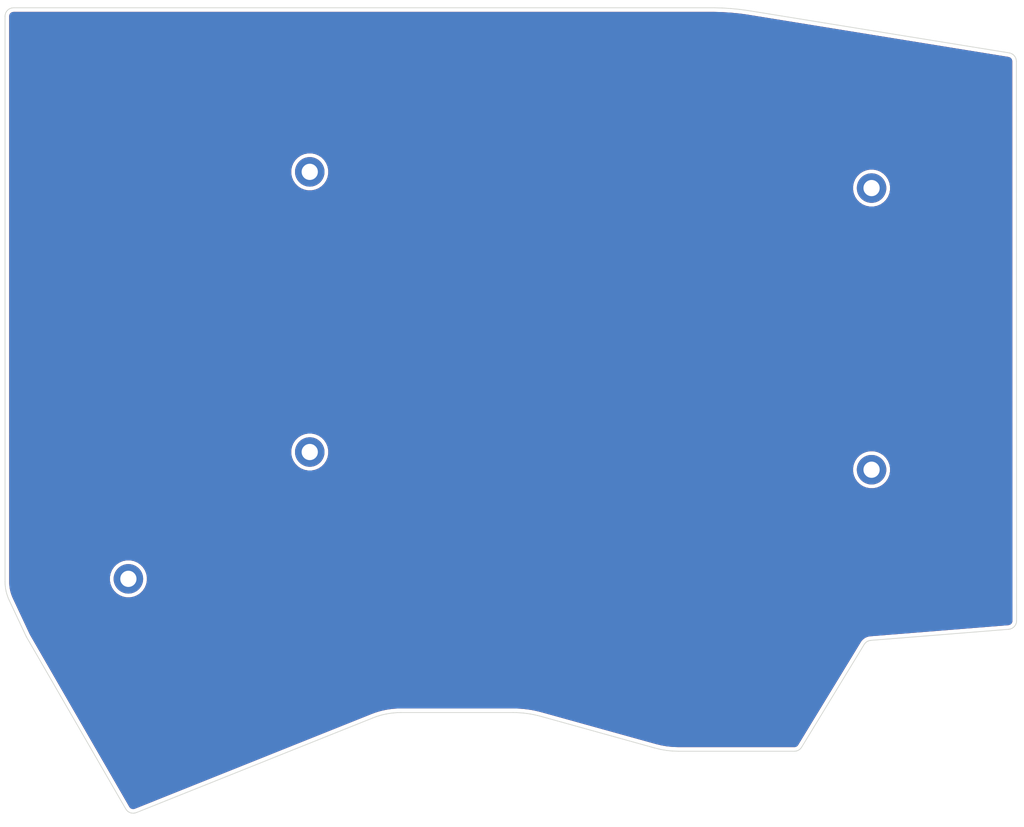
<source format=kicad_pcb>
(kicad_pcb (version 20171130) (host pcbnew 5.1.4-e60b266~84~ubuntu19.04.1)

  (general
    (thickness 1.6)
    (drawings 95)
    (tracks 0)
    (zones 0)
    (modules 5)
    (nets 1)
  )

  (page A4)
  (layers
    (0 F.Cu signal)
    (31 B.Cu signal hide)
    (32 B.Adhes user hide)
    (33 F.Adhes user hide)
    (34 B.Paste user hide)
    (35 F.Paste user hide)
    (36 B.SilkS user hide)
    (37 F.SilkS user hide)
    (38 B.Mask user hide)
    (39 F.Mask user hide)
    (40 Dwgs.User user hide)
    (41 Cmts.User user hide)
    (42 Eco1.User user hide)
    (43 Eco2.User user)
    (44 Edge.Cuts user)
    (45 Margin user hide)
    (46 B.CrtYd user hide)
    (47 F.CrtYd user hide)
    (48 B.Fab user hide)
    (49 F.Fab user hide)
  )

  (setup
    (last_trace_width 0.25)
    (trace_clearance 0.2)
    (zone_clearance 0.508)
    (zone_45_only no)
    (trace_min 0.2)
    (via_size 0.6)
    (via_drill 0.4)
    (via_min_size 0.4)
    (via_min_drill 0.3)
    (uvia_size 0.3)
    (uvia_drill 0.1)
    (uvias_allowed no)
    (uvia_min_size 0.2)
    (uvia_min_drill 0.1)
    (edge_width 0.15)
    (segment_width 0.2)
    (pcb_text_width 0.3)
    (pcb_text_size 1.5 1.5)
    (mod_edge_width 0.15)
    (mod_text_size 1 1)
    (mod_text_width 0.15)
    (pad_size 4 4)
    (pad_drill 2.2)
    (pad_to_mask_clearance 0.2)
    (aux_axis_origin 0 0)
    (visible_elements FFFFFF7F)
    (pcbplotparams
      (layerselection 0x010f0_80000001)
      (usegerberextensions false)
      (usegerberattributes false)
      (usegerberadvancedattributes false)
      (creategerberjobfile false)
      (excludeedgelayer true)
      (linewidth 0.100000)
      (plotframeref false)
      (viasonmask false)
      (mode 1)
      (useauxorigin false)
      (hpglpennumber 1)
      (hpglpenspeed 20)
      (hpglpendiameter 15.000000)
      (psnegative false)
      (psa4output false)
      (plotreference true)
      (plotvalue true)
      (plotinvisibletext false)
      (padsonsilk false)
      (subtractmaskfromsilk false)
      (outputformat 1)
      (mirror false)
      (drillshape 1)
      (scaleselection 1)
      (outputdirectory "gerbers/"))
  )

  (net 0 "")

  (net_class Default "This is the default net class."
    (clearance 0.2)
    (trace_width 0.25)
    (via_dia 0.6)
    (via_drill 0.4)
    (uvia_dia 0.3)
    (uvia_drill 0.1)
  )

  (module Wire_Pads:SolderWirePad_single_0-8mmDrill (layer F.Cu) (tedit 5D908C82) (tstamp 5ABD66D0)
    (at 61.913046 41.809428)
    (fp_text reference "" (at 0 0) (layer F.SilkS)
      (effects (font (size 1.27 1.27) (thickness 0.15)))
    )
    (fp_text value "" (at 0 0) (layer F.SilkS)
      (effects (font (size 1.27 1.27) (thickness 0.15)))
    )
    (pad 1 thru_hole circle (at 0 0) (size 4 4) (drill 2.2) (layers *.Cu *.Mask Dwgs.User))
  )

  (module Wire_Pads:SolderWirePad_single_0-8mmDrill (layer F.Cu) (tedit 5D908C8D) (tstamp 5ABD66D0)
    (at 61.913046 79.8091)
    (fp_text reference "" (at 0 0) (layer F.SilkS)
      (effects (font (size 1.27 1.27) (thickness 0.15)))
    )
    (fp_text value "" (at 0 0) (layer F.SilkS)
      (effects (font (size 1.27 1.27) (thickness 0.15)))
    )
    (pad 2 thru_hole circle (at 0 0) (size 4 4) (drill 2.2) (layers *.Cu *.Mask Dwgs.User))
  )

  (module Wire_Pads:SolderWirePad_single_0-8mmDrill (layer F.Cu) (tedit 5D908C9B) (tstamp 5ABD66D0)
    (at 37.313144 97.009982)
    (fp_text reference "" (at 0 0) (layer F.SilkS)
      (effects (font (size 1.27 1.27) (thickness 0.15)))
    )
    (fp_text value "" (at 0 0) (layer F.SilkS)
      (effects (font (size 1.27 1.27) (thickness 0.15)))
    )
    (pad 3 thru_hole circle (at 0 0) (size 4 4) (drill 2.2) (layers *.Cu *.Mask Dwgs.User))
  )

  (module Wire_Pads:SolderWirePad_single_0-8mmDrill (layer F.Cu) (tedit 5D908C93) (tstamp 5ABD66D0)
    (at 138.11305 82.209399)
    (fp_text reference "" (at 0 0) (layer F.SilkS)
      (effects (font (size 1.27 1.27) (thickness 0.15)))
    )
    (fp_text value "" (at 0 0) (layer F.SilkS)
      (effects (font (size 1.27 1.27) (thickness 0.15)))
    )
    (pad 4 thru_hole circle (at 0 0) (size 4 4) (drill 2.2) (layers *.Cu *.Mask Dwgs.User))
  )

  (module Wire_Pads:SolderWirePad_single_0-8mmDrill (layer F.Cu) (tedit 5D908C87) (tstamp 5ABD66D0)
    (at 138.11305 44.009067)
    (fp_text reference "" (at 0 0) (layer F.SilkS)
      (effects (font (size 1.27 1.27) (thickness 0.15)))
    )
    (fp_text value "" (at 0 0) (layer F.SilkS)
      (effects (font (size 1.27 1.27) (thickness 0.15)))
    )
    (pad 5 thru_hole circle (at 0 0) (size 4 4) (drill 2.2) (layers *.Cu *.Mask Dwgs.User))
  )

  (gr_line (start 156.72 103.850003) (end 138.00693 105.35553) (layer Edge.Cuts) (width 0.1))
  (gr_line (start 138.00693 105.35553) (end 137.87083 105.374695) (layer Edge.Cuts) (width 0.1))
  (gr_line (start 137.87083 105.374695) (end 137.739359 105.409486) (layer Edge.Cuts) (width 0.1))
  (gr_line (start 137.739359 105.409486) (end 137.613724 105.45916) (layer Edge.Cuts) (width 0.1))
  (gr_line (start 137.613724 105.45916) (end 137.495132 105.522972) (layer Edge.Cuts) (width 0.1))
  (gr_line (start 137.495132 105.522972) (end 137.384792 105.600179) (layer Edge.Cuts) (width 0.1))
  (gr_line (start 137.384792 105.600179) (end 137.283909 105.690036) (layer Edge.Cuts) (width 0.1))
  (gr_line (start 137.283909 105.690036) (end 137.193693 105.791801) (layer Edge.Cuts) (width 0.1))
  (gr_line (start 137.193693 105.791801) (end 137.11535 105.90473) (layer Edge.Cuts) (width 0.1))
  (gr_line (start 137.11535 105.90473) (end 128.63003 119.84109) (layer Edge.Cuts) (width 0.1))
  (gr_line (start 128.63003 119.84109) (end 128.544217 119.963427) (layer Edge.Cuts) (width 0.1))
  (gr_line (start 128.544217 119.963427) (end 128.444621 120.072332) (layer Edge.Cuts) (width 0.1))
  (gr_line (start 128.444621 120.072332) (end 128.332822 120.166918) (layer Edge.Cuts) (width 0.1))
  (gr_line (start 128.332822 120.166918) (end 128.2104 120.246297) (layer Edge.Cuts) (width 0.1))
  (gr_line (start 128.2104 120.246297) (end 128.078934 120.309581) (layer Edge.Cuts) (width 0.1))
  (gr_line (start 128.078934 120.309581) (end 127.940004 120.355883) (layer Edge.Cuts) (width 0.1))
  (gr_line (start 127.940004 120.355883) (end 127.79519 120.384315) (layer Edge.Cuts) (width 0.1))
  (gr_line (start 127.79519 120.384315) (end 127.64607 120.39399) (layer Edge.Cuts) (width 0.1))
  (gr_line (start 127.64607 120.39399) (end 111.92243 120.39399) (layer Edge.Cuts) (width 0.1))
  (gr_line (start 111.92243 120.39399) (end 111.112584 120.366534) (layer Edge.Cuts) (width 0.1))
  (gr_line (start 111.112584 120.366534) (end 110.307376 120.28442) (layer Edge.Cuts) (width 0.1))
  (gr_line (start 110.307376 120.28442) (end 109.509567 120.148023) (layer Edge.Cuts) (width 0.1))
  (gr_line (start 109.509567 120.148023) (end 108.72192 119.95772) (layer Edge.Cuts) (width 0.1))
  (gr_line (start 108.72192 119.95772) (end 93.230791 115.65451) (layer Edge.Cuts) (width 0.1))
  (gr_line (start 93.230791 115.65451) (end 92.771471 115.535267) (layer Edge.Cuts) (width 0.1))
  (gr_line (start 92.771471 115.535267) (end 92.308773 115.431744) (layer Edge.Cuts) (width 0.1))
  (gr_line (start 92.308773 115.431744) (end 91.843101 115.343996) (layer Edge.Cuts) (width 0.1))
  (gr_line (start 91.843101 115.343996) (end 91.37486 115.272079) (layer Edge.Cuts) (width 0.1))
  (gr_line (start 91.37486 115.272079) (end 90.904454 115.216048) (layer Edge.Cuts) (width 0.1))
  (gr_line (start 90.904454 115.216048) (end 90.432286 115.175958) (layer Edge.Cuts) (width 0.1))
  (gr_line (start 90.432286 115.175958) (end 89.958761 115.151863) (layer Edge.Cuts) (width 0.1))
  (gr_line (start 89.958761 115.151863) (end 89.484283 115.14382) (layer Edge.Cuts) (width 0.1))
  (gr_line (start 89.484283 115.14382) (end 74.265711 115.14382) (layer Edge.Cuts) (width 0.1))
  (gr_line (start 74.265711 115.14382) (end 73.778004 115.155451) (layer Edge.Cuts) (width 0.1))
  (gr_line (start 73.778004 115.155451) (end 73.292233 115.190239) (layer Edge.Cuts) (width 0.1))
  (gr_line (start 73.292233 115.190239) (end 72.809209 115.248029) (layer Edge.Cuts) (width 0.1))
  (gr_line (start 72.809209 115.248029) (end 72.329746 115.328663) (layer Edge.Cuts) (width 0.1))
  (gr_line (start 72.329746 115.328663) (end 71.854654 115.431984) (layer Edge.Cuts) (width 0.1))
  (gr_line (start 71.854654 115.431984) (end 71.384747 115.557837) (layer Edge.Cuts) (width 0.1))
  (gr_line (start 71.384747 115.557837) (end 70.920837 115.706064) (layer Edge.Cuts) (width 0.1))
  (gr_line (start 70.920837 115.706064) (end 70.463736 115.87651) (layer Edge.Cuts) (width 0.1))
  (gr_line (start 70.463736 115.87651) (end 38.384845 128.71743) (layer Edge.Cuts) (width 0.1))
  (gr_line (start 38.384845 128.71743) (end 38.182618 128.7777) (layer Edge.Cuts) (width 0.1))
  (gr_line (start 38.182618 128.7777) (end 37.97795 128.799904) (layer Edge.Cuts) (width 0.1))
  (gr_line (start 37.97795 128.799904) (end 37.77549 128.78565) (layer Edge.Cuts) (width 0.1))
  (gr_line (start 37.77549 128.78565) (end 37.579887 128.736548) (layer Edge.Cuts) (width 0.1))
  (gr_line (start 37.579887 128.736548) (end 37.39579 128.654208) (layer Edge.Cuts) (width 0.1))
  (gr_line (start 37.39579 128.654208) (end 37.227849 128.540239) (layer Edge.Cuts) (width 0.1))
  (gr_line (start 37.227849 128.540239) (end 37.080713 128.39625) (layer Edge.Cuts) (width 0.1))
  (gr_line (start 37.080713 128.39625) (end 36.95903 128.22385) (layer Edge.Cuts) (width 0.1))
  (gr_line (start 36.95903 128.22385) (end 23.484592 104.88135) (layer Edge.Cuts) (width 0.1))
  (gr_line (start 23.484592 104.88135) (end 23.439432 104.79485) (layer Edge.Cuts) (width 0.1))
  (gr_line (start 23.439432 104.79485) (end 21.138128 99.891379) (layer Edge.Cuts) (width 0.1))
  (gr_line (start 21.138128 99.891379) (end 21.009749 99.59706) (layer Edge.Cuts) (width 0.1))
  (gr_line (start 21.009749 99.59706) (end 20.897977 99.296817) (layer Edge.Cuts) (width 0.1))
  (gr_line (start 20.897977 99.296817) (end 20.802967 98.991355) (layer Edge.Cuts) (width 0.1))
  (gr_line (start 20.802967 98.991355) (end 20.724879 98.681379) (layer Edge.Cuts) (width 0.1))
  (gr_line (start 20.724879 98.681379) (end 20.663868 98.367594) (layer Edge.Cuts) (width 0.1))
  (gr_line (start 20.663868 98.367594) (end 20.620092 98.050707) (layer Edge.Cuts) (width 0.1))
  (gr_line (start 20.620092 98.050707) (end 20.593709 97.731422) (layer Edge.Cuts) (width 0.1))
  (gr_line (start 20.593709 97.731422) (end 20.584876 97.410444) (layer Edge.Cuts) (width 0.1))
  (gr_line (start 20.584876 97.410444) (end 20.583476 20.705454) (layer Edge.Cuts) (width 0.1))
  (gr_line (start 20.583476 20.705454) (end 20.60688 20.473281) (layer Edge.Cuts) (width 0.1))
  (gr_line (start 20.60688 20.473281) (end 20.674005 20.257034) (layer Edge.Cuts) (width 0.1))
  (gr_line (start 20.674005 20.257034) (end 20.780217 20.061347) (layer Edge.Cuts) (width 0.1))
  (gr_line (start 20.780217 20.061347) (end 20.920886 19.890851) (layer Edge.Cuts) (width 0.1))
  (gr_line (start 20.920886 19.890851) (end 21.091378 19.750179) (layer Edge.Cuts) (width 0.1))
  (gr_line (start 21.091378 19.750179) (end 21.287063 19.643964) (layer Edge.Cuts) (width 0.1))
  (gr_line (start 21.287063 19.643964) (end 21.503308 19.576838) (layer Edge.Cuts) (width 0.1))
  (gr_line (start 21.503308 19.576838) (end 21.73548 19.553434) (layer Edge.Cuts) (width 0.1))
  (gr_line (start 21.73548 19.553434) (end 116.82034 19.553513) (layer Edge.Cuts) (width 0.1))
  (gr_line (start 116.82034 19.553513) (end 117.853904 19.581354) (layer Edge.Cuts) (width 0.1))
  (gr_line (start 117.853904 19.581354) (end 119.026052 19.657282) (layer Edge.Cuts) (width 0.1))
  (gr_line (start 119.026052 19.657282) (end 120.19525 19.769898) (layer Edge.Cuts) (width 0.1))
  (gr_line (start 120.19525 19.769898) (end 121.21996 19.907805) (layer Edge.Cuts) (width 0.1))
  (gr_line (start 121.21996 19.907805) (end 156.78493 25.673169) (layer Edge.Cuts) (width 0.1))
  (gr_line (start 156.78493 25.673169) (end 156.986606 25.724797) (layer Edge.Cuts) (width 0.1))
  (gr_line (start 156.986606 25.724797) (end 157.171354 25.809479) (layer Edge.Cuts) (width 0.1))
  (gr_line (start 157.171354 25.809479) (end 157.336109 25.923613) (layer Edge.Cuts) (width 0.1))
  (gr_line (start 157.336109 25.923613) (end 157.477801 26.063594) (layer Edge.Cuts) (width 0.1))
  (gr_line (start 157.477801 26.063594) (end 157.593363 26.225819) (layer Edge.Cuts) (width 0.1))
  (gr_line (start 157.593363 26.225819) (end 157.679727 26.406683) (layer Edge.Cuts) (width 0.1))
  (gr_line (start 157.679727 26.406683) (end 157.733825 26.602583) (layer Edge.Cuts) (width 0.1))
  (gr_line (start 157.733825 26.602583) (end 157.75259 26.809914) (layer Edge.Cuts) (width 0.1))
  (gr_line (start 157.75259 26.809914) (end 157.77959 102.701305) (layer Edge.Cuts) (width 0.1))
  (gr_line (start 157.77959 102.701305) (end 157.758674 102.921116) (layer Edge.Cuts) (width 0.1))
  (gr_line (start 157.758674 102.921116) (end 157.698297 103.127381) (layer Edge.Cuts) (width 0.1))
  (gr_line (start 157.698297 103.127381) (end 157.602256 103.315983) (layer Edge.Cuts) (width 0.1))
  (gr_line (start 157.602256 103.315983) (end 157.474347 103.482807) (layer Edge.Cuts) (width 0.1))
  (gr_line (start 157.474347 103.482807) (end 157.318368 103.623736) (layer Edge.Cuts) (width 0.1))
  (gr_line (start 157.318368 103.623736) (end 157.138114 103.734656) (layer Edge.Cuts) (width 0.1))
  (gr_line (start 157.138114 103.734656) (end 156.937382 103.81145) (layer Edge.Cuts) (width 0.1))
  (gr_line (start 156.937382 103.81145) (end 156.71997 103.850003) (layer Edge.Cuts) (width 0.1))
  (gr_line (start 156.71997 103.850003) (end 156.72 103.850003) (layer Edge.Cuts) (width 0.1))
  (gr_line (start 156.72 103.850003) (end 156.72 103.850003) (layer Edge.Cuts) (width 0.1))

  (zone (net 0) (net_name "") (layer F.Cu) (tstamp 0) (hatch edge 0.508)
    (connect_pads (clearance 0.508))
    (min_thickness 0.254)
    (fill yes (arc_segments 32) (thermal_gap 0.508) (thermal_bridge_width 0.508))
    (polygon
      (pts
        (xy 20 18.6) (xy 19.9 98.9) (xy 38 130.7) (xy 72.2 115.9) (xy 91.7 116.1)
        (xy 110.7 121) (xy 131 121) (xy 138.9 106.4) (xy 158.3 104.5) (xy 158.8 25.6)
        (xy 118.9 18.5) (xy 19.9 18.5)
      )
    )
    (filled_polygon
      (pts
        (xy 116.811138 20.238513) (xy 117.822526 20.265757) (xy 118.971069 20.340156) (xy 120.116717 20.450504) (xy 121.119476 20.585457)
        (xy 156.644907 26.344412) (xy 156.757122 26.373139) (xy 156.830971 26.406989) (xy 156.897066 26.452776) (xy 156.95425 26.50927)
        (xy 157.000887 26.574738) (xy 157.035534 26.647297) (xy 157.05716 26.725609) (xy 157.067602 26.840974) (xy 157.094579 102.668904)
        (xy 157.082933 102.791291) (xy 157.058855 102.873549) (xy 157.020383 102.9491) (xy 156.968762 103.016426) (xy 156.90581 103.073304)
        (xy 156.833604 103.117736) (xy 156.75355 103.148362) (xy 156.632486 103.169831) (xy 137.965149 104.671679) (xy 137.944732 104.672531)
        (xy 137.93164 104.674375) (xy 137.918459 104.675435) (xy 137.898347 104.679063) (xy 137.835061 104.687974) (xy 137.827941 104.687719)
        (xy 137.768344 104.697369) (xy 137.741996 104.701079) (xy 137.73511 104.70275) (xy 137.728119 104.703882) (xy 137.702399 104.710688)
        (xy 137.643725 104.724927) (xy 137.637264 104.727925) (xy 137.622778 104.731758) (xy 137.616014 104.732314) (xy 137.55763 104.748998)
        (xy 137.531594 104.755888) (xy 137.525274 104.758244) (xy 137.518784 104.760099) (xy 137.493711 104.770012) (xy 137.436842 104.791216)
        (xy 137.431072 104.794779) (xy 137.418506 104.799748) (xy 137.412092 104.801042) (xy 137.355844 104.824523) (xy 137.330569 104.834517)
        (xy 137.324782 104.837491) (xy 137.318774 104.839999) (xy 137.294829 104.852883) (xy 137.240627 104.880737) (xy 137.235502 104.884806)
        (xy 137.224265 104.890852) (xy 137.218122 104.892861) (xy 137.164944 104.922772) (xy 137.140923 104.935697) (xy 137.135585 104.939285)
        (xy 137.129985 104.942435) (xy 137.107658 104.958058) (xy 137.056998 104.992111) (xy 137.052439 104.996695) (xy 137.041989 105.004007)
        (xy 137.036051 105.006753) (xy 136.986772 105.042643) (xy 136.964508 105.058222) (xy 136.959572 105.062454) (xy 136.95431 105.066286)
        (xy 136.934 105.084377) (xy 136.887736 105.124038) (xy 136.883696 105.129182) (xy 136.873606 105.13817) (xy 136.867826 105.141721)
        (xy 136.823313 105.182966) (xy 136.803176 105.200902) (xy 136.798596 105.205868) (xy 136.79365 105.210451) (xy 136.775788 105.230599)
        (xy 136.73462 105.275239) (xy 136.731081 105.28103) (xy 136.721141 105.292242) (xy 136.715554 105.296666) (xy 136.67643 105.342677)
        (xy 136.658793 105.362571) (xy 136.654639 105.368303) (xy 136.650047 105.373703) (xy 136.634868 105.395583) (xy 136.599452 105.444451)
        (xy 136.596478 105.450921) (xy 136.56006 105.503418) (xy 136.547765 105.519757) (xy 136.540878 105.531068) (xy 136.533347 105.541924)
        (xy 136.523415 105.559749) (xy 128.056498 119.465887) (xy 128.008849 119.533816) (xy 127.968717 119.577699) (xy 127.923624 119.61585)
        (xy 127.874165 119.64792) (xy 127.821052 119.673487) (xy 127.765017 119.692162) (xy 127.706663 119.703619) (xy 127.623877 119.70899)
        (xy 111.93402 119.70899) (xy 111.158998 119.682715) (xy 110.399949 119.605308) (xy 109.647884 119.476732) (xy 108.894096 119.29461)
        (xy 93.440936 115.001948) (xy 93.435484 114.999944) (xy 93.408577 114.992959) (xy 93.381712 114.985496) (xy 93.375973 114.984494)
        (xy 92.96491 114.877779) (xy 92.953869 114.874141) (xy 92.932358 114.869328) (xy 92.911029 114.863791) (xy 92.899548 114.861987)
        (xy 92.479824 114.768079) (xy 92.468682 114.764822) (xy 92.447029 114.760742) (xy 92.4255 114.755925) (xy 92.413964 114.754511)
        (xy 91.991598 114.674924) (xy 91.980347 114.672044) (xy 91.958546 114.668696) (xy 91.93688 114.664613) (xy 91.925317 114.663592)
        (xy 91.50063 114.598364) (xy 91.489289 114.595867) (xy 91.467379 114.593257) (xy 91.445592 114.589911) (xy 91.434005 114.589282)
        (xy 91.007347 114.538462) (xy 90.995932 114.536351) (xy 90.973964 114.534486) (xy 90.952062 114.531877) (xy 90.940452 114.53164)
        (xy 90.512196 114.495279) (xy 90.5007 114.493553) (xy 90.478658 114.492431) (xy 90.456711 114.490568) (xy 90.445108 114.490724)
        (xy 90.015565 114.468868) (xy 90.004012 114.467532) (xy 89.981966 114.467158) (xy 89.959968 114.466039) (xy 89.948363 114.466589)
        (xy 89.523728 114.459391) (xy 89.51793 114.45882) (xy 89.490038 114.45882) (xy 89.462251 114.458349) (xy 89.456465 114.45882)
        (xy 74.291168 114.45882) (xy 74.283017 114.458213) (xy 74.257564 114.45882) (xy 74.232064 114.45882) (xy 74.223917 114.459622)
        (xy 73.778957 114.470234) (xy 73.762634 114.469798) (xy 73.745364 114.471035) (xy 73.728036 114.471448) (xy 73.711813 114.473438)
        (xy 73.260584 114.505752) (xy 73.244267 114.506093) (xy 73.227037 114.508154) (xy 73.209742 114.509393) (xy 73.193667 114.512147)
        (xy 72.745052 114.56582) (xy 72.728785 114.566935) (xy 72.711659 114.569815) (xy 72.694426 114.571877) (xy 72.678514 114.575389)
        (xy 72.233245 114.650273) (xy 72.217056 114.652159) (xy 72.200081 114.655851) (xy 72.18296 114.65873) (xy 72.167237 114.662993)
        (xy 71.726038 114.758944) (xy 71.70994 114.7616) (xy 71.693156 114.766095) (xy 71.676208 114.769781) (xy 71.660708 114.774786)
        (xy 71.22427 114.891675) (xy 71.208312 114.895095) (xy 71.191781 114.900377) (xy 71.175031 114.904863) (xy 71.159767 114.910606)
        (xy 70.728828 115.048298) (xy 70.713034 115.052478) (xy 70.696803 115.058531) (xy 70.680301 115.063803) (xy 70.6653 115.070277)
        (xy 70.248271 115.225782) (xy 70.240411 115.228064) (xy 70.21674 115.237539) (xy 70.192881 115.246436) (xy 70.185539 115.250029)
        (xy 38.159275 128.069883) (xy 38.046739 128.103422) (xy 37.964958 128.112294) (xy 37.883768 128.106578) (xy 37.804827 128.086762)
        (xy 37.730525 128.05353) (xy 37.663179 128.007827) (xy 37.60439 127.950296) (xy 37.536675 127.854357) (xy 24.085098 104.551459)
        (xy 24.053377 104.490702) (xy 21.762242 99.608899) (xy 21.645142 99.340439) (xy 21.546488 99.075435) (xy 21.46263 98.805825)
        (xy 21.393707 98.532232) (xy 21.339858 98.255281) (xy 21.301219 97.975583) (xy 21.277932 97.693768) (xy 21.269875 97.401)
        (xy 21.269864 96.750457) (xy 34.678144 96.750457) (xy 34.678144 97.269507) (xy 34.779405 97.778583) (xy 34.978037 98.258123)
        (xy 35.266406 98.689697) (xy 35.633429 99.05672) (xy 36.065003 99.345089) (xy 36.544543 99.543721) (xy 37.053619 99.644982)
        (xy 37.572669 99.644982) (xy 38.081745 99.543721) (xy 38.561285 99.345089) (xy 38.992859 99.05672) (xy 39.359882 98.689697)
        (xy 39.648251 98.258123) (xy 39.846883 97.778583) (xy 39.948144 97.269507) (xy 39.948144 96.750457) (xy 39.846883 96.241381)
        (xy 39.648251 95.761841) (xy 39.359882 95.330267) (xy 38.992859 94.963244) (xy 38.561285 94.674875) (xy 38.081745 94.476243)
        (xy 37.572669 94.374982) (xy 37.053619 94.374982) (xy 36.544543 94.476243) (xy 36.065003 94.674875) (xy 35.633429 94.963244)
        (xy 35.266406 95.330267) (xy 34.978037 95.761841) (xy 34.779405 96.241381) (xy 34.678144 96.750457) (xy 21.269864 96.750457)
        (xy 21.26955 79.549575) (xy 59.278046 79.549575) (xy 59.278046 80.068625) (xy 59.379307 80.577701) (xy 59.577939 81.057241)
        (xy 59.866308 81.488815) (xy 60.233331 81.855838) (xy 60.664905 82.144207) (xy 61.144445 82.342839) (xy 61.653521 82.4441)
        (xy 62.172571 82.4441) (xy 62.681647 82.342839) (xy 63.161187 82.144207) (xy 63.452026 81.949874) (xy 135.47805 81.949874)
        (xy 135.47805 82.468924) (xy 135.579311 82.978) (xy 135.777943 83.45754) (xy 136.066312 83.889114) (xy 136.433335 84.256137)
        (xy 136.864909 84.544506) (xy 137.344449 84.743138) (xy 137.853525 84.844399) (xy 138.372575 84.844399) (xy 138.881651 84.743138)
        (xy 139.361191 84.544506) (xy 139.792765 84.256137) (xy 140.159788 83.889114) (xy 140.448157 83.45754) (xy 140.646789 82.978)
        (xy 140.74805 82.468924) (xy 140.74805 81.949874) (xy 140.646789 81.440798) (xy 140.448157 80.961258) (xy 140.159788 80.529684)
        (xy 139.792765 80.162661) (xy 139.361191 79.874292) (xy 138.881651 79.67566) (xy 138.372575 79.574399) (xy 137.853525 79.574399)
        (xy 137.344449 79.67566) (xy 136.864909 79.874292) (xy 136.433335 80.162661) (xy 136.066312 80.529684) (xy 135.777943 80.961258)
        (xy 135.579311 81.440798) (xy 135.47805 81.949874) (xy 63.452026 81.949874) (xy 63.592761 81.855838) (xy 63.959784 81.488815)
        (xy 64.248153 81.057241) (xy 64.446785 80.577701) (xy 64.548046 80.068625) (xy 64.548046 79.549575) (xy 64.446785 79.040499)
        (xy 64.248153 78.560959) (xy 63.959784 78.129385) (xy 63.592761 77.762362) (xy 63.161187 77.473993) (xy 62.681647 77.275361)
        (xy 62.172571 77.1741) (xy 61.653521 77.1741) (xy 61.144445 77.275361) (xy 60.664905 77.473993) (xy 60.233331 77.762362)
        (xy 59.866308 78.129385) (xy 59.577939 78.560959) (xy 59.379307 79.040499) (xy 59.278046 79.549575) (xy 21.26955 79.549575)
        (xy 21.268857 41.549903) (xy 59.278046 41.549903) (xy 59.278046 42.068953) (xy 59.379307 42.578029) (xy 59.577939 43.057569)
        (xy 59.866308 43.489143) (xy 60.233331 43.856166) (xy 60.664905 44.144535) (xy 61.144445 44.343167) (xy 61.653521 44.444428)
        (xy 62.172571 44.444428) (xy 62.681647 44.343167) (xy 63.161187 44.144535) (xy 63.592761 43.856166) (xy 63.699385 43.749542)
        (xy 135.47805 43.749542) (xy 135.47805 44.268592) (xy 135.579311 44.777668) (xy 135.777943 45.257208) (xy 136.066312 45.688782)
        (xy 136.433335 46.055805) (xy 136.864909 46.344174) (xy 137.344449 46.542806) (xy 137.853525 46.644067) (xy 138.372575 46.644067)
        (xy 138.881651 46.542806) (xy 139.361191 46.344174) (xy 139.792765 46.055805) (xy 140.159788 45.688782) (xy 140.448157 45.257208)
        (xy 140.646789 44.777668) (xy 140.74805 44.268592) (xy 140.74805 43.749542) (xy 140.646789 43.240466) (xy 140.448157 42.760926)
        (xy 140.159788 42.329352) (xy 139.792765 41.962329) (xy 139.361191 41.67396) (xy 138.881651 41.475328) (xy 138.372575 41.374067)
        (xy 137.853525 41.374067) (xy 137.344449 41.475328) (xy 136.864909 41.67396) (xy 136.433335 41.962329) (xy 136.066312 42.329352)
        (xy 135.777943 42.760926) (xy 135.579311 43.240466) (xy 135.47805 43.749542) (xy 63.699385 43.749542) (xy 63.959784 43.489143)
        (xy 64.248153 43.057569) (xy 64.446785 42.578029) (xy 64.548046 42.068953) (xy 64.548046 41.549903) (xy 64.446785 41.040827)
        (xy 64.248153 40.561287) (xy 63.959784 40.129713) (xy 63.592761 39.76269) (xy 63.161187 39.474321) (xy 62.681647 39.275689)
        (xy 62.172571 39.174428) (xy 61.653521 39.174428) (xy 61.144445 39.275689) (xy 60.664905 39.474321) (xy 60.233331 39.76269)
        (xy 59.866308 40.129713) (xy 59.577939 40.561287) (xy 59.379307 41.040827) (xy 59.278046 41.549903) (xy 21.268857 41.549903)
        (xy 21.268476 20.739885) (xy 21.281514 20.610545) (xy 21.308218 20.524518) (xy 21.350695 20.446257) (xy 21.407479 20.377433)
        (xy 21.476301 20.320649) (xy 21.554557 20.278172) (xy 21.640571 20.251472) (xy 21.769924 20.238433)
      )
    )
  )
  (zone (net 0) (net_name "") (layer B.Cu) (tstamp 0) (hatch edge 0.508)
    (connect_pads (clearance 0.508))
    (min_thickness 0.254)
    (fill yes (arc_segments 32) (thermal_gap 0.508) (thermal_bridge_width 0.508))
    (polygon
      (pts
        (xy 19.7 18.2) (xy 119.1 18.7) (xy 159.3 26.4) (xy 158.8 105.4) (xy 139 106.4)
        (xy 130.8 121.5) (xy 109.2 121.4) (xy 91.4 115.5) (xy 74.1 115.7) (xy 37.5 130.4)
        (xy 19.5 99.4)
      )
    )
    (filled_polygon
      (pts
        (xy 116.811138 20.238513) (xy 117.822526 20.265757) (xy 118.971069 20.340156) (xy 120.116717 20.450504) (xy 121.119476 20.585457)
        (xy 156.644907 26.344412) (xy 156.757122 26.373139) (xy 156.830971 26.406989) (xy 156.897066 26.452776) (xy 156.95425 26.50927)
        (xy 157.000887 26.574738) (xy 157.035534 26.647297) (xy 157.05716 26.725609) (xy 157.067602 26.840974) (xy 157.094579 102.668904)
        (xy 157.082933 102.791291) (xy 157.058855 102.873549) (xy 157.020383 102.9491) (xy 156.968762 103.016426) (xy 156.90581 103.073304)
        (xy 156.833604 103.117736) (xy 156.75355 103.148362) (xy 156.632486 103.169831) (xy 137.965149 104.671679) (xy 137.944732 104.672531)
        (xy 137.93164 104.674375) (xy 137.918459 104.675435) (xy 137.898347 104.679063) (xy 137.835061 104.687974) (xy 137.827941 104.687719)
        (xy 137.768344 104.697369) (xy 137.741996 104.701079) (xy 137.73511 104.70275) (xy 137.728119 104.703882) (xy 137.702399 104.710688)
        (xy 137.643725 104.724927) (xy 137.637264 104.727925) (xy 137.622778 104.731758) (xy 137.616014 104.732314) (xy 137.55763 104.748998)
        (xy 137.531594 104.755888) (xy 137.525274 104.758244) (xy 137.518784 104.760099) (xy 137.493711 104.770012) (xy 137.436842 104.791216)
        (xy 137.431072 104.794779) (xy 137.418506 104.799748) (xy 137.412092 104.801042) (xy 137.355844 104.824523) (xy 137.330569 104.834517)
        (xy 137.324782 104.837491) (xy 137.318774 104.839999) (xy 137.294829 104.852883) (xy 137.240627 104.880737) (xy 137.235502 104.884806)
        (xy 137.224265 104.890852) (xy 137.218122 104.892861) (xy 137.164944 104.922772) (xy 137.140923 104.935697) (xy 137.135585 104.939285)
        (xy 137.129985 104.942435) (xy 137.107658 104.958058) (xy 137.056998 104.992111) (xy 137.052439 104.996695) (xy 137.041989 105.004007)
        (xy 137.036051 105.006753) (xy 136.986772 105.042643) (xy 136.964508 105.058222) (xy 136.959572 105.062454) (xy 136.95431 105.066286)
        (xy 136.934 105.084377) (xy 136.887736 105.124038) (xy 136.883696 105.129182) (xy 136.873606 105.13817) (xy 136.867826 105.141721)
        (xy 136.823313 105.182966) (xy 136.803176 105.200902) (xy 136.798596 105.205868) (xy 136.79365 105.210451) (xy 136.775788 105.230599)
        (xy 136.73462 105.275239) (xy 136.731081 105.28103) (xy 136.721141 105.292242) (xy 136.715554 105.296666) (xy 136.67643 105.342677)
        (xy 136.658793 105.362571) (xy 136.654639 105.368303) (xy 136.650047 105.373703) (xy 136.634868 105.395583) (xy 136.599452 105.444451)
        (xy 136.596478 105.450921) (xy 136.56006 105.503418) (xy 136.547765 105.519757) (xy 136.540878 105.531068) (xy 136.533347 105.541924)
        (xy 136.523415 105.559749) (xy 128.056498 119.465887) (xy 128.008849 119.533816) (xy 127.968717 119.577699) (xy 127.923624 119.61585)
        (xy 127.874165 119.64792) (xy 127.821052 119.673487) (xy 127.765017 119.692162) (xy 127.706663 119.703619) (xy 127.623877 119.70899)
        (xy 111.93402 119.70899) (xy 111.158998 119.682715) (xy 110.399949 119.605308) (xy 109.647884 119.476732) (xy 108.894096 119.29461)
        (xy 93.440936 115.001948) (xy 93.435484 114.999944) (xy 93.408577 114.992959) (xy 93.381712 114.985496) (xy 93.375973 114.984494)
        (xy 92.96491 114.877779) (xy 92.953869 114.874141) (xy 92.932358 114.869328) (xy 92.911029 114.863791) (xy 92.899548 114.861987)
        (xy 92.479824 114.768079) (xy 92.468682 114.764822) (xy 92.447029 114.760742) (xy 92.4255 114.755925) (xy 92.413964 114.754511)
        (xy 91.991598 114.674924) (xy 91.980347 114.672044) (xy 91.958546 114.668696) (xy 91.93688 114.664613) (xy 91.925317 114.663592)
        (xy 91.50063 114.598364) (xy 91.489289 114.595867) (xy 91.467379 114.593257) (xy 91.445592 114.589911) (xy 91.434005 114.589282)
        (xy 91.007347 114.538462) (xy 90.995932 114.536351) (xy 90.973964 114.534486) (xy 90.952062 114.531877) (xy 90.940452 114.53164)
        (xy 90.512196 114.495279) (xy 90.5007 114.493553) (xy 90.478658 114.492431) (xy 90.456711 114.490568) (xy 90.445108 114.490724)
        (xy 90.015565 114.468868) (xy 90.004012 114.467532) (xy 89.981966 114.467158) (xy 89.959968 114.466039) (xy 89.948363 114.466589)
        (xy 89.523728 114.459391) (xy 89.51793 114.45882) (xy 89.490038 114.45882) (xy 89.462251 114.458349) (xy 89.456465 114.45882)
        (xy 74.291168 114.45882) (xy 74.283017 114.458213) (xy 74.257564 114.45882) (xy 74.232064 114.45882) (xy 74.223917 114.459622)
        (xy 73.778957 114.470234) (xy 73.762634 114.469798) (xy 73.745364 114.471035) (xy 73.728036 114.471448) (xy 73.711813 114.473438)
        (xy 73.260584 114.505752) (xy 73.244267 114.506093) (xy 73.227037 114.508154) (xy 73.209742 114.509393) (xy 73.193667 114.512147)
        (xy 72.745052 114.56582) (xy 72.728785 114.566935) (xy 72.711659 114.569815) (xy 72.694426 114.571877) (xy 72.678514 114.575389)
        (xy 72.233245 114.650273) (xy 72.217056 114.652159) (xy 72.200081 114.655851) (xy 72.18296 114.65873) (xy 72.167237 114.662993)
        (xy 71.726038 114.758944) (xy 71.70994 114.7616) (xy 71.693156 114.766095) (xy 71.676208 114.769781) (xy 71.660708 114.774786)
        (xy 71.22427 114.891675) (xy 71.208312 114.895095) (xy 71.191781 114.900377) (xy 71.175031 114.904863) (xy 71.159767 114.910606)
        (xy 70.728828 115.048298) (xy 70.713034 115.052478) (xy 70.696803 115.058531) (xy 70.680301 115.063803) (xy 70.6653 115.070277)
        (xy 70.248271 115.225782) (xy 70.240411 115.228064) (xy 70.21674 115.237539) (xy 70.192881 115.246436) (xy 70.185539 115.250029)
        (xy 38.159275 128.069883) (xy 38.046739 128.103422) (xy 37.964958 128.112294) (xy 37.883768 128.106578) (xy 37.804827 128.086762)
        (xy 37.730525 128.05353) (xy 37.663179 128.007827) (xy 37.60439 127.950296) (xy 37.536675 127.854357) (xy 24.085098 104.551459)
        (xy 24.053377 104.490702) (xy 21.762242 99.608899) (xy 21.645142 99.340439) (xy 21.546488 99.075435) (xy 21.46263 98.805825)
        (xy 21.393707 98.532232) (xy 21.339858 98.255281) (xy 21.301219 97.975583) (xy 21.277932 97.693768) (xy 21.269875 97.401)
        (xy 21.269864 96.750457) (xy 34.678144 96.750457) (xy 34.678144 97.269507) (xy 34.779405 97.778583) (xy 34.978037 98.258123)
        (xy 35.266406 98.689697) (xy 35.633429 99.05672) (xy 36.065003 99.345089) (xy 36.544543 99.543721) (xy 37.053619 99.644982)
        (xy 37.572669 99.644982) (xy 38.081745 99.543721) (xy 38.561285 99.345089) (xy 38.992859 99.05672) (xy 39.359882 98.689697)
        (xy 39.648251 98.258123) (xy 39.846883 97.778583) (xy 39.948144 97.269507) (xy 39.948144 96.750457) (xy 39.846883 96.241381)
        (xy 39.648251 95.761841) (xy 39.359882 95.330267) (xy 38.992859 94.963244) (xy 38.561285 94.674875) (xy 38.081745 94.476243)
        (xy 37.572669 94.374982) (xy 37.053619 94.374982) (xy 36.544543 94.476243) (xy 36.065003 94.674875) (xy 35.633429 94.963244)
        (xy 35.266406 95.330267) (xy 34.978037 95.761841) (xy 34.779405 96.241381) (xy 34.678144 96.750457) (xy 21.269864 96.750457)
        (xy 21.26955 79.549575) (xy 59.278046 79.549575) (xy 59.278046 80.068625) (xy 59.379307 80.577701) (xy 59.577939 81.057241)
        (xy 59.866308 81.488815) (xy 60.233331 81.855838) (xy 60.664905 82.144207) (xy 61.144445 82.342839) (xy 61.653521 82.4441)
        (xy 62.172571 82.4441) (xy 62.681647 82.342839) (xy 63.161187 82.144207) (xy 63.452026 81.949874) (xy 135.47805 81.949874)
        (xy 135.47805 82.468924) (xy 135.579311 82.978) (xy 135.777943 83.45754) (xy 136.066312 83.889114) (xy 136.433335 84.256137)
        (xy 136.864909 84.544506) (xy 137.344449 84.743138) (xy 137.853525 84.844399) (xy 138.372575 84.844399) (xy 138.881651 84.743138)
        (xy 139.361191 84.544506) (xy 139.792765 84.256137) (xy 140.159788 83.889114) (xy 140.448157 83.45754) (xy 140.646789 82.978)
        (xy 140.74805 82.468924) (xy 140.74805 81.949874) (xy 140.646789 81.440798) (xy 140.448157 80.961258) (xy 140.159788 80.529684)
        (xy 139.792765 80.162661) (xy 139.361191 79.874292) (xy 138.881651 79.67566) (xy 138.372575 79.574399) (xy 137.853525 79.574399)
        (xy 137.344449 79.67566) (xy 136.864909 79.874292) (xy 136.433335 80.162661) (xy 136.066312 80.529684) (xy 135.777943 80.961258)
        (xy 135.579311 81.440798) (xy 135.47805 81.949874) (xy 63.452026 81.949874) (xy 63.592761 81.855838) (xy 63.959784 81.488815)
        (xy 64.248153 81.057241) (xy 64.446785 80.577701) (xy 64.548046 80.068625) (xy 64.548046 79.549575) (xy 64.446785 79.040499)
        (xy 64.248153 78.560959) (xy 63.959784 78.129385) (xy 63.592761 77.762362) (xy 63.161187 77.473993) (xy 62.681647 77.275361)
        (xy 62.172571 77.1741) (xy 61.653521 77.1741) (xy 61.144445 77.275361) (xy 60.664905 77.473993) (xy 60.233331 77.762362)
        (xy 59.866308 78.129385) (xy 59.577939 78.560959) (xy 59.379307 79.040499) (xy 59.278046 79.549575) (xy 21.26955 79.549575)
        (xy 21.268857 41.549903) (xy 59.278046 41.549903) (xy 59.278046 42.068953) (xy 59.379307 42.578029) (xy 59.577939 43.057569)
        (xy 59.866308 43.489143) (xy 60.233331 43.856166) (xy 60.664905 44.144535) (xy 61.144445 44.343167) (xy 61.653521 44.444428)
        (xy 62.172571 44.444428) (xy 62.681647 44.343167) (xy 63.161187 44.144535) (xy 63.592761 43.856166) (xy 63.699385 43.749542)
        (xy 135.47805 43.749542) (xy 135.47805 44.268592) (xy 135.579311 44.777668) (xy 135.777943 45.257208) (xy 136.066312 45.688782)
        (xy 136.433335 46.055805) (xy 136.864909 46.344174) (xy 137.344449 46.542806) (xy 137.853525 46.644067) (xy 138.372575 46.644067)
        (xy 138.881651 46.542806) (xy 139.361191 46.344174) (xy 139.792765 46.055805) (xy 140.159788 45.688782) (xy 140.448157 45.257208)
        (xy 140.646789 44.777668) (xy 140.74805 44.268592) (xy 140.74805 43.749542) (xy 140.646789 43.240466) (xy 140.448157 42.760926)
        (xy 140.159788 42.329352) (xy 139.792765 41.962329) (xy 139.361191 41.67396) (xy 138.881651 41.475328) (xy 138.372575 41.374067)
        (xy 137.853525 41.374067) (xy 137.344449 41.475328) (xy 136.864909 41.67396) (xy 136.433335 41.962329) (xy 136.066312 42.329352)
        (xy 135.777943 42.760926) (xy 135.579311 43.240466) (xy 135.47805 43.749542) (xy 63.699385 43.749542) (xy 63.959784 43.489143)
        (xy 64.248153 43.057569) (xy 64.446785 42.578029) (xy 64.548046 42.068953) (xy 64.548046 41.549903) (xy 64.446785 41.040827)
        (xy 64.248153 40.561287) (xy 63.959784 40.129713) (xy 63.592761 39.76269) (xy 63.161187 39.474321) (xy 62.681647 39.275689)
        (xy 62.172571 39.174428) (xy 61.653521 39.174428) (xy 61.144445 39.275689) (xy 60.664905 39.474321) (xy 60.233331 39.76269)
        (xy 59.866308 40.129713) (xy 59.577939 40.561287) (xy 59.379307 41.040827) (xy 59.278046 41.549903) (xy 21.268857 41.549903)
        (xy 21.268476 20.739885) (xy 21.281514 20.610545) (xy 21.308218 20.524518) (xy 21.350695 20.446257) (xy 21.407479 20.377433)
        (xy 21.476301 20.320649) (xy 21.554557 20.278172) (xy 21.640571 20.251472) (xy 21.769924 20.238433)
      )
    )
  )
)

</source>
